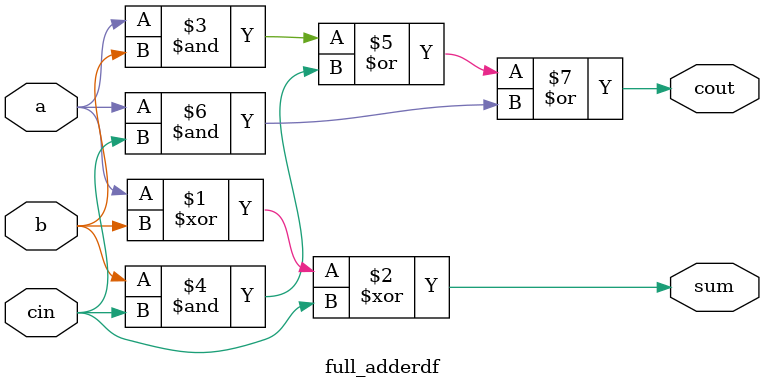
<source format=v>
`timescale 1ns / 1ps

module full_adderdf(a,b,cin,sum,cout);
    input a,b,cin;
    output sum,cout;
    assign sum = a^b^cin;
    assign cout = (a&b)|(b&cin)|(a&cin);
endmodule

</source>
